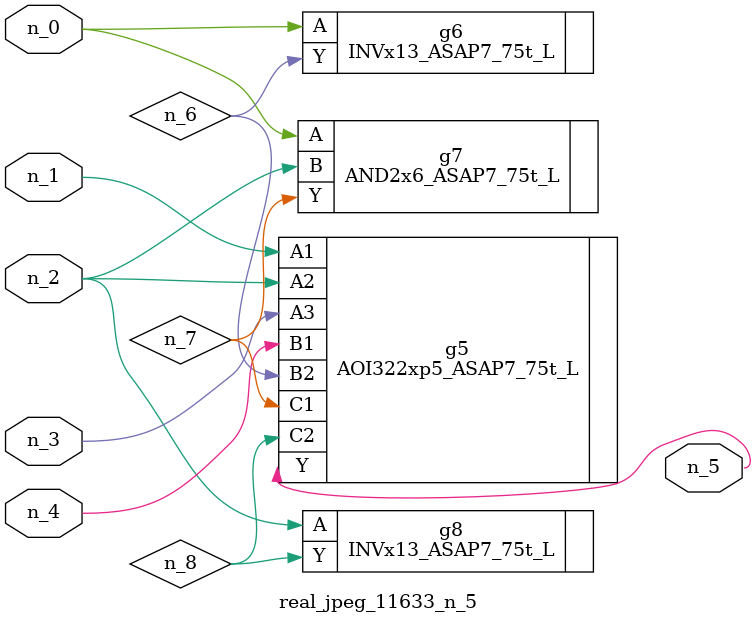
<source format=v>
module real_jpeg_11633_n_5 (n_4, n_0, n_1, n_2, n_3, n_5);

input n_4;
input n_0;
input n_1;
input n_2;
input n_3;

output n_5;

wire n_8;
wire n_6;
wire n_7;

INVx13_ASAP7_75t_L g6 ( 
.A(n_0),
.Y(n_6)
);

AND2x6_ASAP7_75t_L g7 ( 
.A(n_0),
.B(n_2),
.Y(n_7)
);

AOI322xp5_ASAP7_75t_L g5 ( 
.A1(n_1),
.A2(n_2),
.A3(n_3),
.B1(n_4),
.B2(n_6),
.C1(n_7),
.C2(n_8),
.Y(n_5)
);

INVx13_ASAP7_75t_L g8 ( 
.A(n_2),
.Y(n_8)
);


endmodule
</source>
